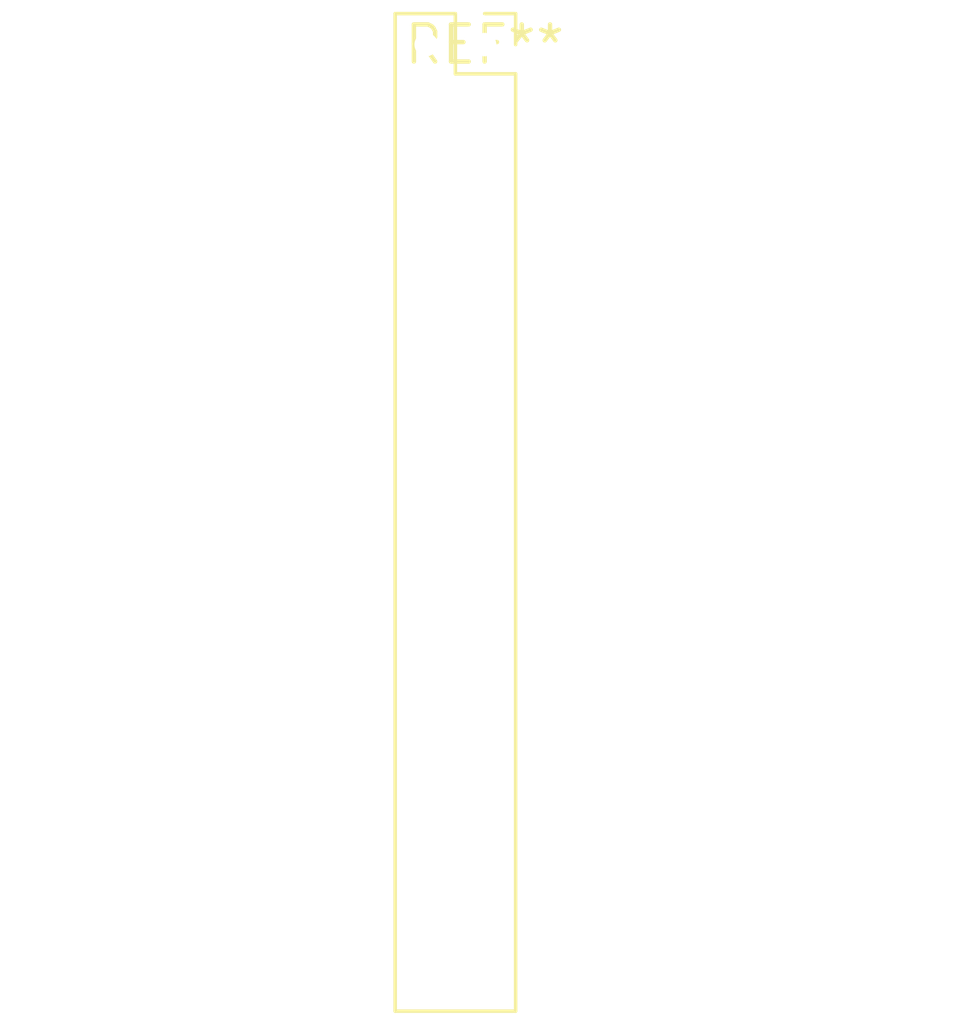
<source format=kicad_pcb>
(kicad_pcb (version 20240108) (generator pcbnew)
  (layers (0 "F.Cu" signal) (31 "B.Cu" signal) (34 "B.Paste" user) (35 "F.Paste" user) (36 "B.SilkS" user "B.Silkscreen") (37 "F.SilkS" user "F.Silkscreen") (38 "B.Mask" user) (39 "F.Mask" user) (44 "Edge.Cuts" user))
  (net 0 "")
  (footprint "PinSocket_2x17_P2.00mm_Vertical" (layer "F.Cu") (at 0 0)
    (property "Reference" "REF**")
    (property "Value" "PinSocket_2x17_P2.00mm_Vertical")
    (fp_line (start -3.06 -1.06) (end -3.06 33.06) (layer "F.SilkS") (stroke (width 0.12)))
    (fp_line (start -3.06 -1.06) (end -1 -1.06) (layer "F.SilkS") (stroke (width 0.12)))
    (fp_line (start -3.06 33.06) (end 1.06 33.06) (layer "F.SilkS") (stroke (width 0.12)))
    (fp_line (start -1 -1.06) (end -1 1) (layer "F.SilkS") (stroke (width 0.12)))
    (fp_line (start -1 1) (end 1.06 1) (layer "F.SilkS") (stroke (width 0.12)))
    (fp_line (start 0 -1.06) (end 1.06 -1.06) (layer "F.SilkS") (stroke (width 0.12)))
    (fp_line (start 1.06 -1.06) (end 1.06 0) (layer "F.SilkS") (stroke (width 0.12)))
    (fp_line (start 1.06 1) (end 1.06 33.06) (layer "F.SilkS") (stroke (width 0.12)))
    (pad "1" thru_hole rect (at 0 0) (size 1.35 1.35) (drill 0.8) (layers *.Cu *.Mask) (remove_unused_layers))
    (pad "2" thru_hole oval (at -2 0) (size 1.35 1.35) (drill 0.8) (layers *.Cu *.Mask) (remove_unused_layers))
    (pad "3" thru_hole oval (at 0 2) (size 1.35 1.35) (drill 0.8) (layers *.Cu *.Mask) (remove_unused_layers))
    (pad "4" thru_hole oval (at -2 2) (size 1.35 1.35) (drill 0.8) (layers *.Cu *.Mask) (remove_unused_layers))
    (pad "5" thru_hole oval (at 0 4) (size 1.35 1.35) (drill 0.8) (layers *.Cu *.Mask) (remove_unused_layers))
    (pad "6" thru_hole oval (at -2 4) (size 1.35 1.35) (drill 0.8) (layers *.Cu *.Mask) (remove_unused_layers))
    (pad "7" thru_hole oval (at 0 6) (size 1.35 1.35) (drill 0.8) (layers *.Cu *.Mask) (remove_unused_layers))
    (pad "8" thru_hole oval (at -2 6) (size 1.35 1.35) (drill 0.8) (layers *.Cu *.Mask) (remove_unused_layers))
    (pad "9" thru_hole oval (at 0 8) (size 1.35 1.35) (drill 0.8) (layers *.Cu *.Mask) (remove_unused_layers))
    (pad "10" thru_hole oval (at -2 8) (size 1.35 1.35) (drill 0.8) (layers *.Cu *.Mask) (remove_unused_layers))
    (pad "11" thru_hole oval (at 0 10) (size 1.35 1.35) (drill 0.8) (layers *.Cu *.Mask) (remove_unused_layers))
    (pad "12" thru_hole oval (at -2 10) (size 1.35 1.35) (drill 0.8) (layers *.Cu *.Mask) (remove_unused_layers))
    (pad "13" thru_hole oval (at 0 12) (size 1.35 1.35) (drill 0.8) (layers *.Cu *.Mask) (remove_unused_layers))
    (pad "14" thru_hole oval (at -2 12) (size 1.35 1.35) (drill 0.8) (layers *.Cu *.Mask) (remove_unused_layers))
    (pad "15" thru_hole oval (at 0 14) (size 1.35 1.35) (drill 0.8) (layers *.Cu *.Mask) (remove_unused_layers))
    (pad "16" thru_hole oval (at -2 14) (size 1.35 1.35) (drill 0.8) (layers *.Cu *.Mask) (remove_unused_layers))
    (pad "17" thru_hole oval (at 0 16) (size 1.35 1.35) (drill 0.8) (layers *.Cu *.Mask) (remove_unused_layers))
    (pad "18" thru_hole oval (at -2 16) (size 1.35 1.35) (drill 0.8) (layers *.Cu *.Mask) (remove_unused_layers))
    (pad "19" thru_hole oval (at 0 18) (size 1.35 1.35) (drill 0.8) (layers *.Cu *.Mask) (remove_unused_layers))
    (pad "20" thru_hole oval (at -2 18) (size 1.35 1.35) (drill 0.8) (layers *.Cu *.Mask) (remove_unused_layers))
    (pad "21" thru_hole oval (at 0 20) (size 1.35 1.35) (drill 0.8) (layers *.Cu *.Mask) (remove_unused_layers))
    (pad "22" thru_hole oval (at -2 20) (size 1.35 1.35) (drill 0.8) (layers *.Cu *.Mask) (remove_unused_layers))
    (pad "23" thru_hole oval (at 0 22) (size 1.35 1.35) (drill 0.8) (layers *.Cu *.Mask) (remove_unused_layers))
    (pad "24" thru_hole oval (at -2 22) (size 1.35 1.35) (drill 0.8) (layers *.Cu *.Mask) (remove_unused_layers))
    (pad "25" thru_hole oval (at 0 24) (size 1.35 1.35) (drill 0.8) (layers *.Cu *.Mask) (remove_unused_layers))
    (pad "26" thru_hole oval (at -2 24) (size 1.35 1.35) (drill 0.8) (layers *.Cu *.Mask) (remove_unused_layers))
    (pad "27" thru_hole oval (at 0 26) (size 1.35 1.35) (drill 0.8) (layers *.Cu *.Mask) (remove_unused_layers))
    (pad "28" thru_hole oval (at -2 26) (size 1.35 1.35) (drill 0.8) (layers *.Cu *.Mask) (remove_unused_layers))
    (pad "29" thru_hole oval (at 0 28) (size 1.35 1.35) (drill 0.8) (layers *.Cu *.Mask) (remove_unused_layers))
    (pad "30" thru_hole oval (at -2 28) (size 1.35 1.35) (drill 0.8) (layers *.Cu *.Mask) (remove_unused_layers))
    (pad "31" thru_hole oval (at 0 30) (size 1.35 1.35) (drill 0.8) (layers *.Cu *.Mask) (remove_unused_layers))
    (pad "32" thru_hole oval (at -2 30) (size 1.35 1.35) (drill 0.8) (layers *.Cu *.Mask) (remove_unused_layers))
    (pad "33" thru_hole oval (at 0 32) (size 1.35 1.35) (drill 0.8) (layers *.Cu *.Mask) (remove_unused_layers))
    (pad "34" thru_hole oval (at -2 32) (size 1.35 1.35) (drill 0.8) (layers *.Cu *.Mask) (remove_unused_layers))
  )
)
</source>
